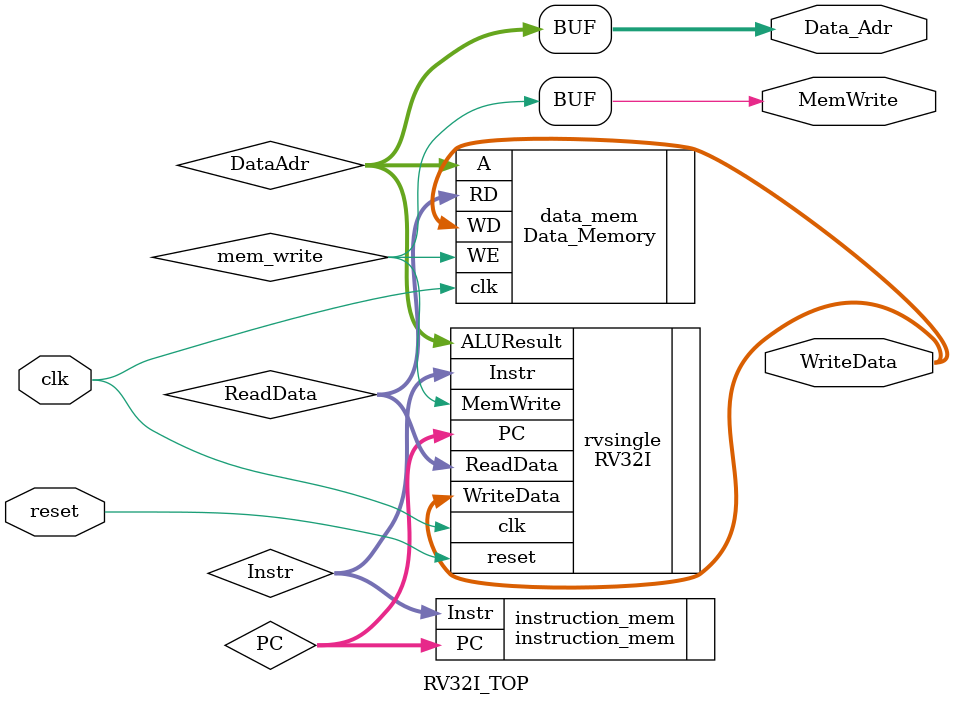
<source format=v>
module RV32I_TOP(
    input clk, reset,
    output  [31:0] WriteData, 
    output [31:0] Data_Adr,
    output MemWrite 
    );
    wire[31:0] DataAdr;
    wire mem_write;
    wire [31:0] PC, Instr, ReadData;

    assign MemWrite = mem_write;
    assign Data_Adr = DataAdr;


    
    // instantiate processor and memories
    RV32I rvsingle( 
        .clk(clk), 
        .reset(reset), 
        .PC(PC), 
        .Instr(Instr), 
        .MemWrite(mem_write), 
        .ALUResult(DataAdr),  
        .WriteData(WriteData), 
        .ReadData(ReadData)
        );
    instruction_mem instruction_mem(
        .PC(PC), 
        .Instr(Instr)
        );

    Data_Memory  data_mem(
        .clk(clk), 
        .WE(mem_write), 
        .A(DataAdr), 
        .WD(WriteData), 
        .RD(ReadData)
        );
    
endmodule
</source>
